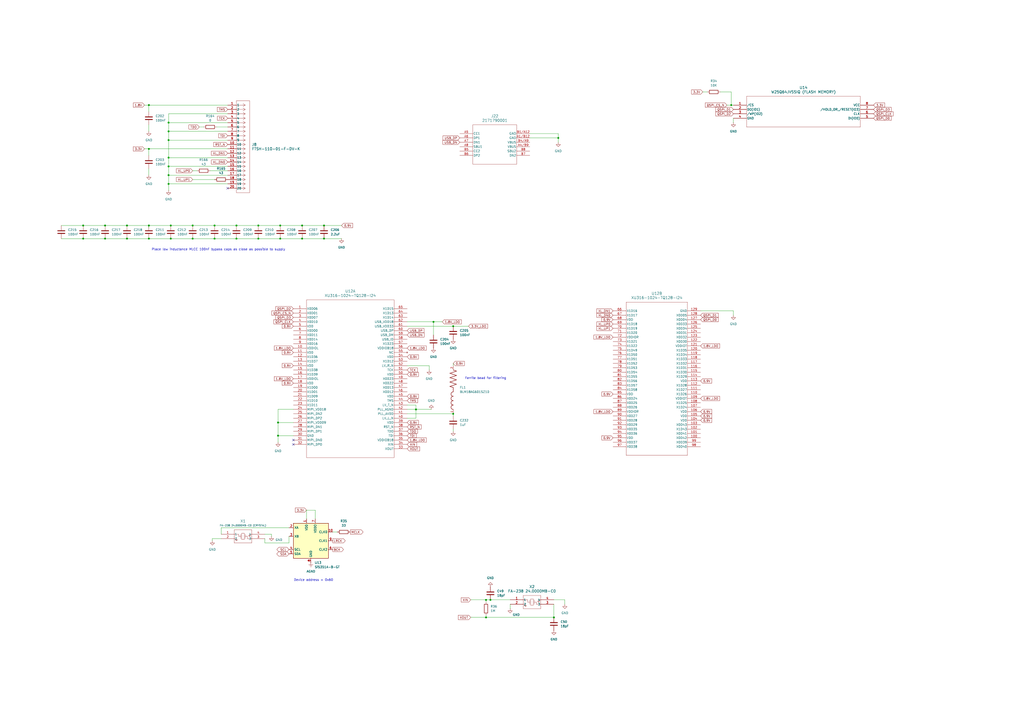
<source format=kicad_sch>
(kicad_sch (version 20231120) (generator "eeschema") (generator_version "8.0")
  (paper "A2")
  (title_block (title "XCORE") (company "Michael Meyers"))
  (lib_symbols
    (symbol "Device:C" (pin_numbers hide) (pin_names (offset 0.254))
      (property "Reference" "C" (at 0.635 2.54 0))
      (property "Value" "C" (at 0.635 -2.54 0))
      (symbol "C_1_1"
        (pin passive line (at 0 3.81 270) (length 2.794) (name "~") (number "1"))
        (pin passive line (at 0 -3.81 90) (length 2.794) (name "~") (number "2"))
      )
    )
    (symbol "Device:R" (pin_numbers hide) (pin_names (offset 0))
      (property "Reference" "R" (at 2.032 0 90))
      (property "Value" "R" (at 0 0 90))
      (symbol "R_1_1"
        (pin passive line (at 0 3.81 270) (length 1.27) (name "~") (number "1"))
        (pin passive line (at 0 -3.81 90) (length 1.27) (name "~") (number "2"))
      )
    )
    (symbol "Oscillator:Si5351A-B-GT"
      (property "Reference" "U" (at -8.89 11.43 0))
      (property "Value" "Si5351A-B-GT" (at -12.7 -12.7 0))
      (symbol "Si5351A-B-GT_1_1"
        (pin power_in line (at -2.54 12.7 270) (length 2.54) (name "VDD") (number "1"))
        (pin output line (at 12.7 5.08 180) (length 2.54) (name "CLK0") (number "10"))
        (pin input line (at -12.7 7.62 0) (length 2.54) (name "XA") (number "2"))
        (pin input line (at -12.7 2.54 0) (length 2.54) (name "XB") (number "3"))
        (pin input line (at -12.7 -5.08 0) (length 2.54) (name "SCL") (number "4"))
        (pin bidirectional line (at -12.7 -7.62 0) (length 2.54) (name "SDA") (number "5"))
        (pin output line (at 12.7 -5.08 180) (length 2.54) (name "CLK2") (number "6"))
        (pin power_in line (at 2.54 12.7 270) (length 2.54) (name "VDDO") (number "7"))
        (pin power_in line (at 0 -12.7 90) (length 2.54) (name "GND") (number "8"))
        (pin output line (at 12.7 0 180) (length 2.54) (name "CLK1") (number "9"))
      )
    )
    (symbol "SDLibrary:2171790001" (pin_names (offset 0.254))
      (property "Reference" "J" (at 20.32 10.16 0))
      (property "Value" "2171790001" (at 20.32 7.62 0))
      (symbol "2171790001_1_1"
        (pin power_out line (at 40.64 -2.54 180) (length 7.62) (name "GND") (number "A1/B12"))
        (pin power_in line (at 40.64 -7.62 180) (length 7.62) (name "VBUS") (number "A4/B9"))
        (pin bidirectional line (at 0 0 0) (length 7.62) (name "CC1") (number "A5"))
        (pin bidirectional line (at 0 -2.54 0) (length 7.62) (name "DP1") (number "A6"))
        (pin bidirectional line (at 0 -5.08 0) (length 7.62) (name "DN1") (number "A7"))
        (pin bidirectional line (at 0 -7.62 0) (length 7.62) (name "SBU1") (number "A8"))
        (pin power_out line (at 40.64 0 180) (length 7.62) (name "GND") (number "B1/A12"))
        (pin power_in line (at 40.64 -5.08 180) (length 7.62) (name "VBUS") (number "B4/A9"))
        (pin bidirectional line (at 0 -10.16 0) (length 7.62) (name "CC2") (number "B5"))
        (pin bidirectional line (at 0 -12.7 0) (length 7.62) (name "DP2") (number "B6"))
        (pin bidirectional line (at 40.64 -12.7 180) (length 7.62) (name "DN2") (number "B7"))
        (pin bidirectional line (at 40.64 -10.16 180) (length 7.62) (name "SBU2") (number "B8"))
      )
    )
    (symbol "SDLibrary:BLM18AG601SZ1D" (pin_names (offset 1.016))
      (property "Reference" "FL" (at -12.7044 5.0815 0))
      (property "Value" "BLM18AG601SZ1D" (at -12.71 -5.0866 0))
      (symbol "BLM18AG601SZ1D_0_0"
        (pin passive line (at -15.24 0 0) (length 2.54) (name "~") (number "1"))
        (pin passive line (at 12.7 0 180) (length 2.54) (name "~") (number "2"))
      )
    )
    (symbol "SDLibrary:FA-238_24.0000MB-C0" (pin_names (offset 0.254))
      (property "Reference" "X" (at 12.7 7.62 0))
      (property "Value" "FA-238 24.0000MB-C0" (at 12.7 5.08 0))
      (symbol "FA-238_24.0000MB-C0_0_1"
        (pin unspecified line (at 0 0 0) (length 7.62) (name "1") (number "1"))
        (pin unspecified line (at 0 -2.54 0) (length 7.62) (name "2") (number "2"))
        (pin unspecified line (at 25.4 -2.54 180) (length 7.62) (name "3") (number "3"))
        (pin unspecified line (at 25.4 0 180) (length 7.62) (name "4") (number "4"))
      )
    )
    (symbol "SDLibrary:FTSH-110-01-F-DV-K" (pin_names (offset 0.254))
      (property "Reference" "J" (at 8.89 6.35 0))
      (property "Value" "FTSH-110-01-F-DV-K" (at 0 0 0))
      (symbol "FTSH-110-01-F-DV-K_0_1"
        (pin unspecified line (at 0 0 0) (length 5.08) (name "1") (number "1"))
        (pin unspecified line (at 0 -22.86 0) (length 5.08) (name "10") (number "10"))
        (pin unspecified line (at 0 -25.4 0) (length 5.08) (name "11") (number "11"))
        (pin unspecified line (at 0 -27.94 0) (length 5.08) (name "12") (number "12"))
        (pin unspecified line (at 0 -30.48 0) (length 5.08) (name "13") (number "13"))
        (pin unspecified line (at 0 -33.02 0) (length 5.08) (name "14") (number "14"))
        (pin unspecified line (at 0 -35.56 0) (length 5.08) (name "15") (number "15"))
        (pin unspecified line (at 0 -38.1 0) (length 5.08) (name "16") (number "16"))
        (pin unspecified line (at 0 -40.64 0) (length 5.08) (name "17") (number "17"))
        (pin unspecified line (at 0 -43.18 0) (length 5.08) (name "18") (number "18"))
        (pin unspecified line (at 0 -45.72 0) (length 5.08) (name "19") (number "19"))
        (pin unspecified line (at 0 -2.54 0) (length 5.08) (name "2") (number "2"))
        (pin unspecified line (at 0 -48.26 0) (length 5.08) (name "20") (number "20"))
        (pin unspecified line (at 0 -5.08 0) (length 5.08) (name "3") (number "3"))
        (pin unspecified line (at 0 -7.62 0) (length 5.08) (name "4") (number "4"))
        (pin unspecified line (at 0 -10.16 0) (length 5.08) (name "5") (number "5"))
        (pin unspecified line (at 0 -12.7 0) (length 5.08) (name "6") (number "6"))
        (pin unspecified line (at 0 -15.24 0) (length 5.08) (name "7") (number "7"))
        (pin unspecified line (at 0 -17.78 0) (length 5.08) (name "8") (number "8"))
        (pin unspecified line (at 0 -20.32 0) (length 5.08) (name "9") (number "9"))
      )
    )
    (symbol "SDLibrary:W25Q64JVSSIQ" (pin_names (offset 0.254))
      (property "Reference" "U" (at 40.64 10.16 0))
      (property "Value" "W25Q64JVSSIQ" (at 40.64 7.62 0))
      (symbol "W25Q64JVSSIQ_0_1"
        (pin unspecified line (at 0 0 0) (length 7.62) (name "/CS") (number "1"))
        (pin unspecified line (at 0 -2.54 0) (length 7.62) (name "DO(IO1)") (number "2"))
        (pin unspecified line (at 0 -5.08 0) (length 7.62) (name "/WP(IO2)") (number "3"))
        (pin power_out line (at 0 -7.62 0) (length 7.62) (name "GND") (number "4"))
        (pin unspecified line (at 81.28 -7.62 180) (length 7.62) (name "DI(IO0)") (number "5"))
        (pin unspecified line (at 81.28 -5.08 180) (length 7.62) (name "CLK") (number "6"))
        (pin unspecified line (at 81.28 -2.54 180) (length 7.62) (name "/HOLD_OR_/RESET(IO3)") (number "7"))
        (pin power_in line (at 81.28 0 180) (length 7.62) (name "VCC") (number "8"))
      )
    )
    (symbol "SDLibrary:XU316-1024-TQ128-I24" (pin_names (offset 0.254))
      (property "Reference" "U" (at 33.02 10.16 0))
      (property "Value" "XU316-1024-TQ128-I24" (at 33.02 7.62 0))
      (symbol "XU316-1024-TQ128-I24_1_1"
        (pin bidirectional line (at 0 0 0) (length 7.62) (name "X0D06") (number "1"))
        (pin power_in line (at 0 -22.86 0) (length 7.62) (name "VDDIOL") (number "10"))
        (pin power_in line (at 0 -25.4 0) (length 7.62) (name "VDD") (number "11"))
        (pin bidirectional line (at 0 -27.94 0) (length 7.62) (name "X1D36") (number "12"))
        (pin bidirectional line (at 0 -30.48 0) (length 7.62) (name "X1D37") (number "13"))
        (pin power_in line (at 0 -33.02 0) (length 7.62) (name "VDD") (number "14"))
        (pin bidirectional line (at 0 -35.56 0) (length 7.62) (name "X1D38") (number "15"))
        (pin bidirectional line (at 0 -38.1 0) (length 7.62) (name "X1D39") (number "16"))
        (pin power_in line (at 0 -40.64 0) (length 7.62) (name "VDDIOL") (number "17"))
        (pin power_in line (at 0 -43.18 0) (length 7.62) (name "VDD") (number "18"))
        (pin bidirectional line (at 0 -45.72 0) (length 7.62) (name "X1D00") (number "19"))
        (pin bidirectional line (at 0 -2.54 0) (length 7.62) (name "X0D01") (number "2"))
        (pin bidirectional line (at 0 -48.26 0) (length 7.62) (name "X1D01") (number "20"))
        (pin bidirectional line (at 0 -50.8 0) (length 7.62) (name "X1D09") (number "21"))
        (pin bidirectional line (at 0 -53.34 0) (length 7.62) (name "X1D10") (number "22"))
        (pin bidirectional line (at 0 -55.88 0) (length 7.62) (name "X1D11") (number "23"))
        (pin power_in line (at 0 -58.42 0) (length 7.62) (name "MIPI_VDD18") (number "24"))
        (pin input line (at 0 -60.96 0) (length 7.62) (name "MIPI_DN2") (number "25"))
        (pin input line (at 0 -63.5 0) (length 7.62) (name "MIPI_DP2") (number "26"))
        (pin power_in line (at 0 -66.04 0) (length 7.62) (name "MIPI_VDD09") (number "27"))
        (pin input line (at 0 -68.58 0) (length 7.62) (name "MIPI_DN1") (number "28"))
        (pin input line (at 0 -71.12 0) (length 7.62) (name "MIPI_DP1") (number "29"))
        (pin bidirectional line (at 0 -5.08 0) (length 7.62) (name "X0D07") (number "3"))
        (pin power_out line (at 0 -73.66 0) (length 7.62) (name "GND") (number "30"))
        (pin input line (at 0 -76.2 0) (length 7.62) (name "MIPI_DN0") (number "31"))
        (pin input line (at 0 -78.74 0) (length 7.62) (name "MIPI_DP0") (number "32"))
        (pin output line (at 66.04 -81.28 180) (length 7.62) (name "XOUT") (number "33"))
        (pin input line (at 66.04 -78.74 180) (length 7.62) (name "XIN") (number "34"))
        (pin power_in line (at 66.04 -76.2 180) (length 7.62) (name "VDDIOB18") (number "35"))
        (pin input line (at 66.04 -73.66 180) (length 7.62) (name "TDI") (number "36"))
        (pin output line (at 66.04 -71.12 180) (length 7.62) (name "TDO") (number "37"))
        (pin input line (at 66.04 -68.58 180) (length 7.62) (name "RST_N") (number "38"))
        (pin power_in line (at 66.04 -66.04 180) (length 7.62) (name "VDD") (number "39"))
        (pin bidirectional line (at 0 -7.62 0) (length 7.62) (name "X0D10") (number "4"))
        (pin input line (at 66.04 -63.5 180) (length 7.62) (name "LV_L_N") (number "40"))
        (pin power_in line (at 66.04 -60.96 180) (length 7.62) (name "PLL_AVDD") (number "41"))
        (pin power_out line (at 66.04 -58.42 180) (length 7.62) (name "PLL_AGND") (number "42"))
        (pin input line (at 66.04 -55.88 180) (length 7.62) (name "LV_T_N") (number "43"))
        (pin input line (at 66.04 -53.34 180) (length 7.62) (name "TMS") (number "44"))
        (pin power_in line (at 66.04 -50.8 180) (length 7.62) (name "VDD") (number "45"))
        (pin bidirectional line (at 66.04 -48.26 180) (length 7.62) (name "X0D12") (number "46"))
        (pin bidirectional line (at 66.04 -45.72 180) (length 7.62) (name "X0D13") (number "47"))
        (pin bidirectional line (at 66.04 -43.18 180) (length 7.62) (name "X0D22") (number "48"))
        (pin bidirectional line (at 66.04 -40.64 180) (length 7.62) (name "X0D23") (number "49"))
        (pin power_in line (at 0 -10.16 0) (length 7.62) (name "VDD") (number "5"))
        (pin power_in line (at 66.04 -38.1 180) (length 7.62) (name "VDD") (number "50"))
        (pin input line (at 66.04 -35.56 180) (length 7.62) (name "TCK") (number "51"))
        (pin input line (at 66.04 -33.02 180) (length 7.62) (name "LV_R_N") (number "52"))
        (pin bidirectional line (at 66.04 -30.48 180) (length 7.62) (name "X1D12") (number "53"))
        (pin power_in line (at 66.04 -27.94 180) (length 7.62) (name "VDD") (number "54"))
        (pin no_connect line (at 66.04 -25.4 180) (length 7.62) (name "NC") (number "55"))
        (pin power_in line (at 66.04 -22.86 180) (length 7.62) (name "VDDIOB18") (number "56"))
        (pin bidirectional line (at 66.04 -20.32 180) (length 7.62) (name "X1D23") (number "57"))
        (pin input line (at 66.04 -17.78 180) (length 7.62) (name "USB_ID") (number "58"))
        (pin bidirectional line (at 66.04 -15.24 180) (length 7.62) (name "USB_DM") (number "59"))
        (pin bidirectional line (at 0 -12.7 0) (length 7.62) (name "X0D00") (number "6"))
        (pin bidirectional line (at 66.04 -12.7 180) (length 7.62) (name "USB_DP") (number "60"))
        (pin power_in line (at 66.04 -10.16 180) (length 7.62) (name "USB_VDD33") (number "61"))
        (pin power_in line (at 66.04 -7.62 180) (length 7.62) (name "USB_VDD18") (number "62"))
        (pin bidirectional line (at 66.04 -5.08 180) (length 7.62) (name "X1D14") (number "63"))
        (pin bidirectional line (at 66.04 -2.54 180) (length 7.62) (name "X1D13") (number "64"))
        (pin bidirectional line (at 66.04 0 180) (length 7.62) (name "X1D15") (number "65"))
        (pin bidirectional line (at 0 -15.24 0) (length 7.62) (name "X0D11") (number "7"))
        (pin bidirectional line (at 0 -17.78 0) (length 7.62) (name "X0D14") (number "8"))
        (pin bidirectional line (at 0 -20.32 0) (length 7.62) (name "X0D16") (number "9"))
      )
      (symbol "XU316-1024-TQ128-I24_2_1"
        (pin bidirectional line (at 50.8 -73.66 180) (length 7.62) (name "X0D42") (number "100"))
        (pin bidirectional line (at 50.8 -71.12 180) (length 7.62) (name "X0D41") (number "101"))
        (pin bidirectional line (at 50.8 -68.58 180) (length 7.62) (name "X1D43") (number "102"))
        (pin bidirectional line (at 50.8 -66.04 180) (length 7.62) (name "X0D43") (number "103"))
        (pin power_in line (at 50.8 -63.5 180) (length 7.62) (name "VDD") (number "104"))
        (pin power_in line (at 50.8 -60.96 180) (length 7.62) (name "VDD") (number "105"))
        (pin power_in line (at 50.8 -58.42 180) (length 7.62) (name "VDD") (number "106"))
        (pin bidirectional line (at 50.8 -55.88 180) (length 7.62) (name "X1D24") (number "107"))
        (pin bidirectional line (at 50.8 -53.34 180) (length 7.62) (name "X1D25") (number "108"))
        (pin power_in line (at 50.8 -50.8 180) (length 7.62) (name "VDDIOT") (number "109"))
        (pin bidirectional line (at 50.8 -48.26 180) (length 7.62) (name "X1D26") (number "110"))
        (pin bidirectional line (at 50.8 -45.72 180) (length 7.62) (name "X1D27") (number "111"))
        (pin bidirectional line (at 50.8 -43.18 180) (length 7.62) (name "X1D28") (number "112"))
        (pin power_in line (at 50.8 -40.64 180) (length 7.62) (name "VDD") (number "113"))
        (pin bidirectional line (at 50.8 -38.1 180) (length 7.62) (name "X1D29") (number "114"))
        (pin bidirectional line (at 50.8 -35.56 180) (length 7.62) (name "X1D30") (number "115"))
        (pin bidirectional line (at 50.8 -33.02 180) (length 7.62) (name "X1D31") (number "116"))
        (pin bidirectional line (at 50.8 -30.48 180) (length 7.62) (name "X1D32") (number "117"))
        (pin bidirectional line (at 50.8 -27.94 180) (length 7.62) (name "X1D33") (number "118"))
        (pin bidirectional line (at 50.8 -25.4 180) (length 7.62) (name "X1D34") (number "119"))
        (pin bidirectional line (at 50.8 -22.86 180) (length 7.62) (name "X1D35") (number "120"))
        (pin power_in line (at 50.8 -20.32 180) (length 7.62) (name "VDDIOT") (number "121"))
        (pin bidirectional line (at 50.8 -17.78 180) (length 7.62) (name "X0D30") (number "122"))
        (pin bidirectional line (at 50.8 -15.24 180) (length 7.62) (name "X0D32") (number "123"))
        (pin bidirectional line (at 50.8 -12.7 180) (length 7.62) (name "X0D31") (number "124"))
        (pin bidirectional line (at 50.8 -10.16 180) (length 7.62) (name "X0D34") (number "125"))
        (pin bidirectional line (at 50.8 -7.62 180) (length 7.62) (name "X0D33") (number "126"))
        (pin bidirectional line (at 50.8 -5.08 180) (length 7.62) (name "X0D04") (number "127"))
        (pin bidirectional line (at 50.8 -2.54 180) (length 7.62) (name "X0D05") (number "128"))
        (pin power_out line (at 50.8 0 180) (length 7.62) (name "GND") (number "129"))
        (pin bidirectional line (at 0 0 0) (length 7.62) (name "X1D16") (number "66"))
        (pin bidirectional line (at 0 -2.54 0) (length 7.62) (name "X1D17") (number "67"))
        (pin power_in line (at 0 -5.08 0) (length 7.62) (name "VDD") (number "68"))
        (pin bidirectional line (at 0 -7.62 0) (length 7.62) (name "X1D18") (number "69"))
        (pin bidirectional line (at 0 -10.16 0) (length 7.62) (name "X1D19") (number "70"))
        (pin bidirectional line (at 0 -12.7 0) (length 7.62) (name "X1D20") (number "71"))
        (pin power_in line (at 0 -15.24 0) (length 7.62) (name "VDDIOR") (number "72"))
        (pin bidirectional line (at 0 -17.78 0) (length 7.62) (name "X1D21") (number "73"))
        (pin bidirectional line (at 0 -20.32 0) (length 7.62) (name "X1D22") (number "74"))
        (pin bidirectional line (at 0 -22.86 0) (length 7.62) (name "X1D49") (number "75"))
        (pin bidirectional line (at 0 -25.4 0) (length 7.62) (name "X1D50") (number "76"))
        (pin bidirectional line (at 0 -27.94 0) (length 7.62) (name "X1D51") (number "77"))
        (pin bidirectional line (at 0 -30.48 0) (length 7.62) (name "X1D52") (number "78"))
        (pin bidirectional line (at 0 -33.02 0) (length 7.62) (name "X1D53") (number "79"))
        (pin bidirectional line (at 0 -35.56 0) (length 7.62) (name "X1D54") (number "80"))
        (pin bidirectional line (at 0 -38.1 0) (length 7.62) (name "X1D55") (number "81"))
        (pin bidirectional line (at 0 -40.64 0) (length 7.62) (name "X1D56") (number "82"))
        (pin bidirectional line (at 0 -43.18 0) (length 7.62) (name "X1D57") (number "83"))
        (pin bidirectional line (at 0 -45.72 0) (length 7.62) (name "X1D58") (number "84"))
        (pin power_in line (at 0 -48.26 0) (length 7.62) (name "VDD") (number "85"))
        (pin bidirectional line (at 0 -50.8 0) (length 7.62) (name "X0D24") (number "86"))
        (pin bidirectional line (at 0 -53.34 0) (length 7.62) (name "X0D25") (number "87"))
        (pin bidirectional line (at 0 -55.88 0) (length 7.62) (name "X0D26") (number "88"))
        (pin power_in line (at 0 -58.42 0) (length 7.62) (name "VDDIOR") (number "89"))
        (pin bidirectional line (at 0 -60.96 0) (length 7.62) (name "X0D27") (number "90"))
        (pin bidirectional line (at 0 -63.5 0) (length 7.62) (name "X0D28") (number "91"))
        (pin bidirectional line (at 0 -66.04 0) (length 7.62) (name "X0D29") (number "92"))
        (pin bidirectional line (at 0 -68.58 0) (length 7.62) (name "X0D35") (number "93"))
        (pin bidirectional line (at 0 -71.12 0) (length 7.62) (name "X0D36") (number "94"))
        (pin power_in line (at 0 -73.66 0) (length 7.62) (name "VDD") (number "95"))
        (pin bidirectional line (at 0 -76.2 0) (length 7.62) (name "X0D37") (number "96"))
        (pin bidirectional line (at 0 -78.74 0) (length 7.62) (name "X0D38") (number "97"))
        (pin bidirectional line (at 50.8 -78.74 180) (length 7.62) (name "X0D40") (number "98"))
        (pin bidirectional line (at 50.8 -76.2 180) (length 7.62) (name "X0D39") (number "99"))
      )
    )
    (symbol "power:Earth" (power) (pin_numbers hide) (pin_names (offset 0) hide)
      (property "Value" "Earth" (at 0 -3.81 0))
      (symbol "Earth_1_1"
        (pin power_in line (at 0 0 270) (length 0) (name "~") (number "1"))
      )
    )
    (symbol "power:GND" (power) (pin_numbers hide) (pin_names (offset 0) hide)
      (property "Value" "GND" (at 0 -3.81 0))
      (symbol "GND_1_1"
        (pin power_in line (at 0 0 270) (length 0) (name "~") (number "1"))
      )
    )
  )
  (junction (at 187.96 130.81))
  (junction (at 111.76 138.43))
  (junction (at 424.18 60.96))
  (junction (at 97.79 101.6))
  (junction (at 187.96 138.43))
  (junction (at 48.26 138.43))
  (junction (at 73.66 130.81))
  (junction (at 262.89 240.03))
  (junction (at 124.46 130.81))
  (junction (at 97.79 76.2))
  (junction (at 251.46 186.69))
  (junction (at 321.31 358.14))
  (junction (at 97.79 71.12))
  (junction (at 86.36 60.96))
  (junction (at 86.36 86.36))
  (junction (at 86.36 138.43))
  (junction (at 97.79 96.52))
  (junction (at 241.3 237.49))
  (junction (at 124.46 138.43))
  (junction (at 60.96 130.81))
  (junction (at 161.29 252.73))
  (junction (at 262.89 189.23))
  (junction (at 137.16 138.43))
  (junction (at 97.79 91.44))
  (junction (at 137.16 130.81))
  (junction (at 149.86 130.81))
  (junction (at 111.76 130.81))
  (junction (at 323.85 80.01))
  (junction (at 162.56 138.43))
  (junction (at 99.06 138.43))
  (junction (at 97.79 81.28))
  (junction (at 175.26 130.81))
  (junction (at 97.79 106.68))
  (junction (at 281.94 347.98))
  (junction (at 73.66 138.43))
  (junction (at 162.56 130.81))
  (junction (at 284.48 347.98))
  (junction (at 60.96 138.43))
  (junction (at 175.26 138.43))
  (junction (at 161.29 245.11))
  (junction (at 86.36 130.81))
  (junction (at 149.86 138.43))
  (junction (at 281.94 358.14))
  (junction (at 99.06 130.81))
  (junction (at 48.26 130.81))
  (no_connect (at 132.08 109.22))
  (no_connect (at 170.18 257.81))
  (no_connect (at 170.18 255.27))
  (wire (pts (xy 187.96 130.81) (xy 198.12 130.81)))
  (wire (pts (xy 251.46 186.69) (xy 256.54 186.69)))
  (wire (pts (xy 149.86 138.43) (xy 162.56 138.43)))
  (wire (pts (xy 97.79 106.68) (xy 132.08 106.68)))
  (wire (pts (xy 97.79 91.44) (xy 97.79 96.52)))
  (wire (pts (xy 321.31 347.98) (xy 327.66 347.98)))
  (wire (pts (xy 124.46 138.43) (xy 137.16 138.43)))
  (wire (pts (xy 281.94 347.98) (xy 284.48 347.98)))
  (wire (pts (xy 421.64 60.96) (xy 424.18 60.96)))
  (wire (pts (xy 97.79 81.28) (xy 97.79 91.44)))
  (wire (pts (xy 125.73 73.66) (xy 132.08 73.66)))
  (wire (pts (xy 167.64 314.96) (xy 167.64 311.15)))
  (wire (pts (xy 323.85 77.47) (xy 323.85 80.01)))
  (wire (pts (xy 111.76 104.14) (xy 124.46 104.14)))
  (wire (pts (xy 97.79 101.6) (xy 97.79 106.68)))
  (wire (pts (xy 153.67 309.88) (xy 157.48 309.88)))
  (wire (pts (xy 248.92 212.09) (xy 248.92 214.63)))
  (wire (pts (xy 175.26 138.43) (xy 187.96 138.43)))
  (wire (pts (xy 157.48 309.88) (xy 157.48 311.15)))
  (wire (pts (xy 273.05 347.98) (xy 281.94 347.98)))
  (wire (pts (xy 60.96 130.81) (xy 73.66 130.81)))
  (wire (pts (xy 123.19 312.42) (xy 128.27 312.42)))
  (wire (pts (xy 327.66 347.98) (xy 327.66 350.52)))
  (wire (pts (xy 97.79 71.12) (xy 97.79 76.2)))
  (wire (pts (xy 99.06 130.81) (xy 111.76 130.81)))
  (wire (pts (xy 97.79 66.04) (xy 97.79 71.12)))
  (wire (pts (xy 236.22 234.95) (xy 241.3 234.95)))
  (wire (pts (xy 281.94 347.98) (xy 281.94 349.25)))
  (wire (pts (xy 86.36 60.96) (xy 132.08 60.96)))
  (wire (pts (xy 241.3 242.57) (xy 241.3 237.49)))
  (wire (pts (xy 97.79 91.44) (xy 132.08 91.44)))
  (wire (pts (xy 86.36 86.36) (xy 86.36 90.17)))
  (wire (pts (xy 97.79 96.52) (xy 132.08 96.52)))
  (wire (pts (xy 162.56 138.43) (xy 175.26 138.43)))
  (wire (pts (xy 83.82 60.96) (xy 86.36 60.96)))
  (wire (pts (xy 73.66 138.43) (xy 86.36 138.43)))
  (wire (pts (xy 284.48 347.98) (xy 295.91 347.98)))
  (wire (pts (xy 60.96 138.43) (xy 73.66 138.43)))
  (wire (pts (xy 170.18 252.73) (xy 161.29 252.73)))
  (wire (pts (xy 161.29 237.49) (xy 161.29 245.11)))
  (wire (pts (xy 97.79 71.12) (xy 132.08 71.12)))
  (wire (pts (xy 161.29 245.11) (xy 170.18 245.11)))
  (wire (pts (xy 262.89 210.82) (xy 262.89 212.09)))
  (wire (pts (xy 86.36 130.81) (xy 99.06 130.81)))
  (wire (pts (xy 97.79 96.52) (xy 97.79 101.6)))
  (wire (pts (xy 137.16 138.43) (xy 149.86 138.43)))
  (wire (pts (xy 307.34 80.01) (xy 323.85 80.01)))
  (wire (pts (xy 86.36 138.43) (xy 99.06 138.43)))
  (wire (pts (xy 35.56 130.81) (xy 48.26 130.81)))
  (wire (pts (xy 307.34 77.47) (xy 323.85 77.47)))
  (wire (pts (xy 73.66 130.81) (xy 86.36 130.81)))
  (wire (pts (xy 137.16 130.81) (xy 149.86 130.81)))
  (wire (pts (xy 97.79 76.2) (xy 97.79 81.28)))
  (wire (pts (xy 162.56 130.81) (xy 175.26 130.81)))
  (wire (pts (xy 48.26 138.43) (xy 60.96 138.43)))
  (wire (pts (xy 241.3 237.49) (xy 250.19 237.49)))
  (wire (pts (xy 321.31 358.14) (xy 321.31 350.52)))
  (wire (pts (xy 251.46 186.69) (xy 251.46 194.31)))
  (wire (pts (xy 170.18 237.49) (xy 161.29 237.49)))
  (wire (pts (xy 417.83 53.34) (xy 424.18 53.34)))
  (wire (pts (xy 132.08 66.04) (xy 97.79 66.04)))
  (wire (pts (xy 124.46 130.81) (xy 137.16 130.81)))
  (wire (pts (xy 236.22 186.69) (xy 251.46 186.69)))
  (wire (pts (xy 149.86 130.81) (xy 162.56 130.81)))
  (wire (pts (xy 86.36 97.79) (xy 86.36 101.6)))
  (wire (pts (xy 424.18 53.34) (xy 424.18 60.96)))
  (wire (pts (xy 161.29 245.11) (xy 161.29 252.73)))
  (wire (pts (xy 153.67 312.42) (xy 153.67 314.96)))
  (wire (pts (xy 406.4 180.34) (xy 425.45 180.34)))
  (wire (pts (xy 236.22 212.09) (xy 248.92 212.09)))
  (wire (pts (xy 182.88 295.91) (xy 177.8 295.91)))
  (wire (pts (xy 187.96 138.43) (xy 198.12 138.43)))
  (wire (pts (xy 323.85 80.01) (xy 323.85 82.55)))
  (wire (pts (xy 86.36 86.36) (xy 132.08 86.36)))
  (wire (pts (xy 97.79 81.28) (xy 132.08 81.28)))
  (wire (pts (xy 99.06 138.43) (xy 111.76 138.43)))
  (wire (pts (xy 236.22 189.23) (xy 262.89 189.23)))
  (wire (pts (xy 97.79 106.68) (xy 97.79 110.49)))
  (wire (pts (xy 425.45 180.34) (xy 425.45 182.88)))
  (wire (pts (xy 86.36 72.39) (xy 86.36 76.2)))
  (wire (pts (xy 121.92 99.06) (xy 132.08 99.06)))
  (wire (pts (xy 177.8 295.91) (xy 177.8 300.99)))
  (wire (pts (xy 97.79 76.2) (xy 132.08 76.2)))
  (wire (pts (xy 425.45 68.58) (xy 425.45 71.12)))
  (wire (pts (xy 236.22 242.57) (xy 241.3 242.57)))
  (wire (pts (xy 407.67 53.34) (xy 410.21 53.34)))
  (wire (pts (xy 111.76 130.81) (xy 124.46 130.81)))
  (wire (pts (xy 35.56 138.43) (xy 48.26 138.43)))
  (wire (pts (xy 48.26 130.81) (xy 60.96 130.81)))
  (wire (pts (xy 262.89 248.92) (xy 262.89 250.19)))
  (wire (pts (xy 273.05 358.14) (xy 281.94 358.14)))
  (wire (pts (xy 115.57 73.66) (xy 118.11 73.66)))
  (wire (pts (xy 123.19 312.42) (xy 123.19 313.69)))
  (wire (pts (xy 262.89 240.03) (xy 262.89 241.3)))
  (wire (pts (xy 175.26 130.81) (xy 187.96 130.81)))
  (wire (pts (xy 271.78 189.23) (xy 262.89 189.23)))
  (wire (pts (xy 193.04 308.61) (xy 195.58 308.61)))
  (wire (pts (xy 128.27 306.07) (xy 167.64 306.07)))
  (wire (pts (xy 424.18 60.96) (xy 425.45 60.96)))
  (wire (pts (xy 161.29 252.73) (xy 161.29 256.54)))
  (wire (pts (xy 241.3 234.95) (xy 241.3 237.49)))
  (wire (pts (xy 86.36 130.81) (xy 86.36 132.08)))
  (wire (pts (xy 262.89 240.03) (xy 236.22 240.03)))
  (wire (pts (xy 281.94 356.87) (xy 281.94 358.14)))
  (wire (pts (xy 97.79 101.6) (xy 132.08 101.6)))
  (wire (pts (xy 281.94 358.14) (xy 321.31 358.14)))
  (wire (pts (xy 128.27 309.88) (xy 128.27 306.07)))
  (wire (pts (xy 295.91 350.52) (xy 295.91 353.06)))
  (wire (pts (xy 111.76 138.43) (xy 124.46 138.43)))
  (wire (pts (xy 86.36 60.96) (xy 86.36 64.77)))
  (wire (pts (xy 153.67 314.96) (xy 167.64 314.96)))
  (wire (pts (xy 182.88 300.99) (xy 182.88 295.91)))
  (wire (pts (xy 111.76 99.06) (xy 114.3 99.06)))
  (wire (pts (xy 236.22 237.49) (xy 241.3 237.49)))
  (wire (pts (xy 83.82 86.36) (xy 86.36 86.36)))
  (text "Ferrite bead for filtering\n" (at 281.686 219.456 0) (effects (font (size 1.27 1.27))))
  (text "Place low inductance MLCC 100nF bypass caps as close as possible to supply" (at 126.746 144.78 0) (effects (font (size 1.27 1.27))))
  (text "Device address = 0x60" (at 181.864 336.55 0) (effects (font (size 1.27 1.27))))
  (global_label "MCLK" (shape output) (at 203.2 308.61 0) (property "Intersheetrefs" "${INTERSHEET_REFS}" (effects (hide yes))))
  (global_label "TMS" (shape input) (at 132.08 63.5 180) (property "Intersheetrefs" "${INTERSHEET_REFS}" (effects (hide yes))))
  (global_label "0.9V" (shape input) (at 236.22 229.87 0) (property "Intersheetrefs" "${INTERSHEET_REFS}" (effects (hide yes))))
  (global_label "TDO" (shape input) (at 115.57 73.66 180) (property "Intersheetrefs" "${INTERSHEET_REFS}" (effects (hide yes))))
  (global_label "0.9V" (shape input) (at 262.89 210.82 0) (property "Intersheetrefs" "${INTERSHEET_REFS}" (effects (hide yes))))
  (global_label "0.9V" (shape input) (at 236.22 207.01 0) (property "Intersheetrefs" "${INTERSHEET_REFS}" (effects (hide yes))))
  (global_label "0.9V" (shape input) (at 236.22 245.11 0) (property "Intersheetrefs" "${INTERSHEET_REFS}" (effects (hide yes))))
  (global_label "QSPI_CLK" (shape input) (at 170.18 186.69 180) (property "Intersheetrefs" "${INTERSHEET_REFS}" (effects (hide yes))))
  (global_label "TDO" (shape input) (at 236.22 250.19 0) (property "Intersheetrefs" "${INTERSHEET_REFS}" (effects (hide yes))))
  (global_label "0.9V" (shape input) (at 406.4 220.98 0) (property "Intersheetrefs" "${INTERSHEET_REFS}" (effects (hide yes))))
  (global_label "0.9V" (shape input) (at 170.18 204.47 180) (property "Intersheetrefs" "${INTERSHEET_REFS}" (effects (hide yes))))
  (global_label "3.3V" (shape input) (at 177.8 295.91 180) (property "Intersheetrefs" "${INTERSHEET_REFS}" (effects (hide yes))))
  (global_label "QSPI_CS_N" (shape input) (at 421.64 60.96 180) (property "Intersheetrefs" "${INTERSHEET_REFS}" (effects (hide yes))))
  (global_label "3.3V" (shape input) (at 506.73 60.96 0) (property "Intersheetrefs" "${INTERSHEET_REFS}" (effects (hide yes))))
  (global_label "0.9V" (shape input) (at 170.18 212.09 180) (property "Intersheetrefs" "${INTERSHEET_REFS}" (effects (hide yes))))
  (global_label "XOUT" (shape input) (at 273.05 358.14 180) (property "Intersheetrefs" "${INTERSHEET_REFS}" (effects (hide yes))))
  (global_label "QSPI_CLK" (shape input) (at 506.73 66.04 0) (property "Intersheetrefs" "${INTERSHEET_REFS}" (effects (hide yes))))
  (global_label "0.9V" (shape input) (at 355.6 254 180) (property "Intersheetrefs" "${INTERSHEET_REFS}" (effects (hide yes))))
  (global_label "0.9V" (shape input) (at 198.12 130.81 0) (property "Intersheetrefs" "${INTERSHEET_REFS}" (effects (hide yes))))
  (global_label "1.8V" (shape input) (at 83.82 60.96 180) (property "Intersheetrefs" "${INTERSHEET_REFS}" (effects (hide yes))))
  (global_label "TMS" (shape input) (at 236.22 232.41 0) (property "Intersheetrefs" "${INTERSHEET_REFS}" (effects (hide yes))))
  (global_label "BCK" (shape output) (at 193.04 318.77 0) (property "Intersheetrefs" "${INTERSHEET_REFS}" (effects (hide yes))))
  (global_label "USB_DN" (shape input) (at 266.7 82.55 180) (property "Intersheetrefs" "${INTERSHEET_REFS}" (effects (hide yes))))
  (global_label "SDA" (shape bidirectional) (at 167.64 321.31 180) (property "Intersheetrefs" "${INTERSHEET_REFS}" (effects (hide yes))))
  (global_label "XL_UP0" (shape input) (at 355.6 187.96 180) (property "Intersheetrefs" "${INTERSHEET_REFS}" (effects (hide yes))))
  (global_label "1.8V_LDO" (shape input) (at 170.18 219.71 180) (property "Intersheetrefs" "${INTERSHEET_REFS}" (effects (hide yes))))
  (global_label "LRCK" (shape output) (at 193.04 313.69 0) (property "Intersheetrefs" "${INTERSHEET_REFS}" (effects (hide yes))))
  (global_label "QSPI_CS_N" (shape input) (at 170.18 181.61 180) (property "Intersheetrefs" "${INTERSHEET_REFS}" (effects (hide yes))))
  (global_label "0.9V" (shape input) (at 170.18 222.25 180) (property "Intersheetrefs" "${INTERSHEET_REFS}" (effects (hide yes))))
  (global_label "QSPI_D1" (shape input) (at 406.4 182.88 0) (property "Intersheetrefs" "${INTERSHEET_REFS}" (effects (hide yes))))
  (global_label "QSPI_D2" (shape input) (at 425.45 66.04 180) (property "Intersheetrefs" "${INTERSHEET_REFS}" (effects (hide yes))))
  (global_label "RST_N" (shape input) (at 132.08 83.82 180) (property "Intersheetrefs" "${INTERSHEET_REFS}" (effects (hide yes))))
  (global_label "1.8V_LDO" (shape input) (at 256.54 186.69 0) (property "Intersheetrefs" "${INTERSHEET_REFS}" (effects (hide yes))))
  (global_label "XIN" (shape input) (at 273.05 347.98 180) (property "Intersheetrefs" "${INTERSHEET_REFS}" (effects (hide yes))))
  (global_label "XL_UP0" (shape input) (at 111.76 99.06 180) (property "Intersheetrefs" "${INTERSHEET_REFS}" (effects (hide yes))))
  (global_label "QSPI_D3" (shape input) (at 506.73 63.5 0) (property "Intersheetrefs" "${INTERSHEET_REFS}" (effects (hide yes))))
  (global_label "1.8V_LDO" (shape input) (at 355.6 238.76 180) (property "Intersheetrefs" "${INTERSHEET_REFS}" (effects (hide yes))))
  (global_label "QSPI_D0" (shape input) (at 406.4 185.42 0) (property "Intersheetrefs" "${INTERSHEET_REFS}" (effects (hide yes))))
  (global_label "1.8V_LDO" (shape input) (at 406.4 200.66 0) (property "Intersheetrefs" "${INTERSHEET_REFS}" (effects (hide yes))))
  (global_label "XL_DN1" (shape input) (at 355.6 180.34 180) (property "Intersheetrefs" "${INTERSHEET_REFS}" (effects (hide yes))))
  (global_label "XOUT" (shape input) (at 236.22 260.35 0) (property "Intersheetrefs" "${INTERSHEET_REFS}" (effects (hide yes))))
  (global_label "1.8V_LDO" (shape input) (at 236.22 201.93 0) (property "Intersheetrefs" "${INTERSHEET_REFS}" (effects (hide yes))))
  (global_label "3.3V" (shape input) (at 407.67 53.34 180) (property "Intersheetrefs" "${INTERSHEET_REFS}" (effects (hide yes))))
  (global_label "USB_DP" (shape input) (at 266.7 80.01 180) (property "Intersheetrefs" "${INTERSHEET_REFS}" (effects (hide yes))))
  (global_label "USB_DP" (shape input) (at 236.22 191.77 0) (property "Intersheetrefs" "${INTERSHEET_REFS}" (effects (hide yes))))
  (global_label "0.9V" (shape input) (at 406.4 238.76 0) (property "Intersheetrefs" "${INTERSHEET_REFS}" (effects (hide yes))))
  (global_label "1.8V_LDO" (shape input) (at 406.4 231.14 0) (property "Intersheetrefs" "${INTERSHEET_REFS}" (effects (hide yes))))
  (global_label "TCK" (shape input) (at 132.08 68.58 180) (property "Intersheetrefs" "${INTERSHEET_REFS}" (effects (hide yes))))
  (global_label "QSPI_D2" (shape input) (at 170.18 179.07 180) (property "Intersheetrefs" "${INTERSHEET_REFS}" (effects (hide yes))))
  (global_label "XL_DN0" (shape input) (at 355.6 182.88 180) (property "Intersheetrefs" "${INTERSHEET_REFS}" (effects (hide yes))))
  (global_label "3.3V_LDO" (shape input) (at 271.78 189.23 0) (property "Intersheetrefs" "${INTERSHEET_REFS}" (effects (hide yes))))
  (global_label "0.9V" (shape input) (at 406.4 241.3 0) (property "Intersheetrefs" "${INTERSHEET_REFS}" (effects (hide yes))))
  (global_label "0.9V" (shape input) (at 236.22 217.17 0) (property "Intersheetrefs" "${INTERSHEET_REFS}" (effects (hide yes))))
  (global_label "QSPI_D0" (shape input) (at 506.73 68.58 0) (property "Intersheetrefs" "${INTERSHEET_REFS}" (effects (hide yes))))
  (global_label "TDI" (shape input) (at 236.22 252.73 0) (property "Intersheetrefs" "${INTERSHEET_REFS}" (effects (hide yes))))
  (global_label "XL_DN1" (shape input) (at 132.08 88.9 180) (property "Intersheetrefs" "${INTERSHEET_REFS}" (effects (hide yes))))
  (global_label "0.9V" (shape input) (at 406.4 243.84 0) (property "Intersheetrefs" "${INTERSHEET_REFS}" (effects (hide yes))))
  (global_label "USB_DN" (shape input) (at 236.22 194.31 0) (property "Intersheetrefs" "${INTERSHEET_REFS}" (effects (hide yes))))
  (global_label "0.9V" (shape input) (at 355.6 185.42 180) (property "Intersheetrefs" "${INTERSHEET_REFS}" (effects (hide yes))))
  (global_label "XIN" (shape input) (at 236.22 257.81 0) (property "Intersheetrefs" "${INTERSHEET_REFS}" (effects (hide yes))))
  (global_label "1.8V_LDO" (shape input) (at 236.22 255.27 0) (property "Intersheetrefs" "${INTERSHEET_REFS}" (effects (hide yes))))
  (global_label "XL_DN0" (shape input) (at 132.08 93.98 180) (property "Intersheetrefs" "${INTERSHEET_REFS}" (effects (hide yes))))
  (global_label "XL_UP1" (shape input) (at 355.6 190.5 180) (property "Intersheetrefs" "${INTERSHEET_REFS}" (effects (hide yes))))
  (global_label "SCL" (shape bidirectional) (at 167.64 318.77 180) (property "Intersheetrefs" "${INTERSHEET_REFS}" (effects (hide yes))))
  (global_label "QSPI_D3" (shape input) (at 170.18 184.15 180) (property "Intersheetrefs" "${INTERSHEET_REFS}" (effects (hide yes))))
  (global_label "TDI" (shape input) (at 132.08 78.74 180) (property "Intersheetrefs" "${INTERSHEET_REFS}" (effects (hide yes))))
  (global_label "3.3V" (shape input) (at 83.82 86.36 180) (property "Intersheetrefs" "${INTERSHEET_REFS}" (effects (hide yes))))
  (global_label "1.8V_LDO" (shape input) (at 170.18 201.93 180) (property "Intersheetrefs" "${INTERSHEET_REFS}" (effects (hide yes))))
  (global_label "XL_UP1" (shape input) (at 111.76 104.14 180) (property "Intersheetrefs" "${INTERSHEET_REFS}" (effects (hide yes))))
  (global_label "1.8V_LDO" (shape input) (at 355.6 195.58 180) (property "Intersheetrefs" "${INTERSHEET_REFS}" (effects (hide yes))))
  (global_label "TCK" (shape input) (at 236.22 214.63 0) (property "Intersheetrefs" "${INTERSHEET_REFS}" (effects (hide yes))))
  (global_label "QSPI_D1" (shape input) (at 425.45 63.5 180) (property "Intersheetrefs" "${INTERSHEET_REFS}" (effects (hide yes))))
  (global_label "0.9V" (shape input) (at 170.18 189.23 180) (property "Intersheetrefs" "${INTERSHEET_REFS}" (effects (hide yes))))
  (global_label "0.9V" (shape input) (at 355.6 228.6 180) (property "Intersheetrefs" "${INTERSHEET_REFS}" (effects (hide yes))))
  (global_label "RST_N" (shape input) (at 236.22 247.65 0) (property "Intersheetrefs" "${INTERSHEET_REFS}" (effects (hide yes))))
  (symbol (lib_id "power:GND") (at 248.92 214.63 0) (unit 1) (on_board no)
    (property "Reference" "#PWR0220" (effects (hide yes)))
    (property "Value" "GND" (at 248.92 219.71 0))
    (property "Description" "Power symbol creates a global label with name \"GND\" , ground" (effects (hide yes)))
  )
  (symbol (lib_id "Device:C") (at 48.26 134.62 0) (unit 1) (on_board no)
    (property "Reference" "C216" (at 52.07 133.3499 0) (effects (justify left)))
    (property "Value" "100nF" (at 52.07 135.8899 0) (effects (justify left)))
    (property "Footprint" "Capacitor_SMD:C_0402_1005Metric" (effects (hide yes)))
    (property "Description" "Unpolarized capacitor" (effects (hide yes)))
  )
  (symbol (lib_id "Device:C") (at 284.48 344.17 0) (unit 1) (on_board no)
    (property "Reference" "C49" (at 288.29 342.8999 0) (effects (justify left)))
    (property "Value" "18pF" (at 288.29 345.4399 0) (effects (justify left)))
    (property "Footprint" "Capacitor_SMD:C_0402_1005Metric" (effects (hide yes)))
    (property "Description" "Unpolarized capacitor" (effects (hide yes)))
  )
  (symbol (lib_id "Device:C") (at 262.89 193.04 0) (unit 1) (on_board no)
    (property "Reference" "C205" (at 266.7 191.7699 0) (effects (justify left)))
    (property "Value" "100nF" (at 266.7 194.3099 0) (effects (justify left)))
    (property "Footprint" "Capacitor_SMD:C_0402_1005Metric" (effects (hide yes)))
    (property "Description" "Unpolarized capacitor" (effects (hide yes)))
  )
  (symbol (lib_id "power:GND") (at 284.48 340.36 180) (unit 1) (on_board no)
    (property "Reference" "#PWR050" (effects (hide yes)))
    (property "Value" "GND" (at 284.48 335.28 0))
    (property "Description" "Power symbol creates a global label with name \"GND\" , ground" (effects (hide yes)))
  )
  (symbol (lib_id "Device:C") (at 175.26 134.62 0) (unit 1) (on_board no)
    (property "Reference" "C207" (at 179.07 133.3499 0) (effects (justify left)))
    (property "Value" "100nF" (at 179.07 135.8899 0) (effects (justify left)))
    (property "Footprint" "Capacitor_SMD:C_0402_1005Metric" (effects (hide yes)))
    (property "Description" "Unpolarized capacitor" (effects (hide yes)))
  )
  (symbol (lib_id "Device:C") (at 86.36 134.62 0) (unit 1) (on_board no)
    (property "Reference" "C211" (at 90.17 133.3499 0) (effects (justify left)))
    (property "Value" "100nF" (at 90.17 135.8899 0) (effects (justify left)))
    (property "Footprint" "Capacitor_SMD:C_0402_1005Metric" (effects (hide yes)))
    (property "Description" "Unpolarized capacitor" (effects (hide yes)))
  )
  (symbol (lib_id "Device:C") (at 35.56 134.62 0) (unit 1) (on_board no)
    (property "Reference" "C215" (at 39.37 133.3499 0) (effects (justify left)))
    (property "Value" "100nF" (at 39.37 135.8899 0) (effects (justify left)))
    (property "Footprint" "Capacitor_SMD:C_0402_1005Metric" (effects (hide yes)))
    (property "Description" "Unpolarized capacitor" (effects (hide yes)))
  )
  (symbol (lib_id "power:GND") (at 295.91 353.06 0) (unit 1) (on_board no)
    (property "Reference" "#PWR0201" (effects (hide yes)))
    (property "Value" "GND" (at 299.466 356.616 0))
    (property "Description" "Power symbol creates a global label with name \"GND\" , ground" (effects (hide yes)))
  )
  (symbol (lib_id "power:GND") (at 86.36 101.6 0) (unit 1) (on_board no)
    (property "Reference" "#PWR0203" (effects (hide yes)))
    (property "Value" "GND" (at 86.36 106.68 0))
    (property "Description" "Power symbol creates a global label with name \"GND\" , ground" (effects (hide yes)))
  )
  (symbol (lib_id "SDLibrary:XU316-1024-TQ128-I24") (at 355.6 180.34 0) (unit 2) (on_board no)
    (property "Reference" "U12" (at 381 170.18 0) (effects (font (size 1.524 1.524))))
    (property "Value" "XU316-1024-TQ128-I24" (at 381 172.72 0) (effects (font (size 1.524 1.524))))
    (property "Footprint" "SamacSys_Parts:TQFP128_196X196_XMO" (effects (hide yes)))
    (property "Datasheet" "XU316-1024-TQ128-I24" (effects (hide yes)))
  )
  (symbol (lib_id "Device:C") (at 99.06 134.62 0) (unit 1) (on_board no)
    (property "Reference" "C212" (at 102.87 133.3499 0) (effects (justify left)))
    (property "Value" "100nF" (at 102.87 135.8899 0) (effects (justify left)))
    (property "Footprint" "Capacitor_SMD:C_0402_1005Metric" (effects (hide yes)))
    (property "Description" "Unpolarized capacitor" (effects (hide yes)))
  )
  (symbol (lib_id "Device:C") (at 73.66 134.62 0) (unit 1) (on_board no)
    (property "Reference" "C218" (at 77.47 133.3499 0) (effects (justify left)))
    (property "Value" "100nF" (at 77.47 135.8899 0) (effects (justify left)))
    (property "Footprint" "Capacitor_SMD:C_0402_1005Metric" (effects (hide yes)))
    (property "Description" "Unpolarized capacitor" (effects (hide yes)))
  )
  (symbol (lib_id "Device:C") (at 251.46 198.12 0) (unit 1) (on_board no)
    (property "Reference" "C204" (at 255.27 196.8499 0) (effects (justify left)))
    (property "Value" "100nF" (at 255.27 199.3899 0) (effects (justify left)))
    (property "Footprint" "Capacitor_SMD:C_0402_1005Metric" (effects (hide yes)))
    (property "Description" "Unpolarized capacitor" (effects (hide yes)))
  )
  (symbol (lib_id "Device:R") (at 414.02 53.34 90) (unit 1) (on_board no)
    (property "Reference" "R34" (at 414.02 46.99 90))
    (property "Value" "10K" (at 414.02 49.53 90))
    (property "Footprint" "Resistor_SMD:R_0805_2012Metric" (effects (hide yes)))
    (property "Description" "Resistor" (effects (hide yes)))
  )
  (symbol (lib_id "power:GND") (at 262.89 250.19 0) (unit 1) (on_board no)
    (property "Reference" "#PWR0212" (effects (hide yes)))
    (property "Value" "GND" (at 262.89 255.27 0))
    (property "Description" "Power symbol creates a global label with name \"GND\" , ground" (effects (hide yes)))
  )
  (symbol (lib_id "power:GND") (at 425.45 71.12 0) (unit 1) (on_board no)
    (property "Reference" "#PWR049" (effects (hide yes)))
    (property "Value" "GND" (at 425.45 76.2 0))
    (property "Description" "Power symbol creates a global label with name \"GND\" , ground" (effects (hide yes)))
  )
  (symbol (lib_id "Oscillator:Si5351A-B-GT") (at 180.34 313.69 0) (unit 1) (on_board no)
    (property "Reference" "U13" (at 182.5341 326.39 0) (effects (justify left)))
    (property "Value" "Si5351A-B-GT" (at 182.5341 328.93 0) (effects (justify left)))
    (property "Footprint" "Package_SO:MSOP-10_3x3mm_P0.5mm" (effects (hide yes)))
    (property "Datasheet" "https://www.silabs.com/documents/public/data-sheets/Si5351-B.pdf" (effects (hide yes)))
    (property "Description" "I2C Programmable Any-Frequency CMOS Clock Generator, MSOP-8" (effects (hide yes)))
  )
  (symbol (lib_id "SDLibrary:2171790001") (at 266.7 77.47 0) (unit 1) (on_board no)
    (property "Reference" "J22" (at 287.02 67.31 0) (effects (font (size 1.524 1.524))))
    (property "Value" "2171790001" (at 287.02 69.85 0) (effects (font (size 1.524 1.524))))
    (property "Footprint" "Connector_Molex:Molex_Micro-Fit_3.0_43045-1615_2x08_P3.00mm_Vertical" (effects (hide yes)))
    (property "Datasheet" "2171790001" (effects (hide yes)))
  )
  (symbol (lib_id "Device:C") (at 60.96 134.62 0) (unit 1) (on_board no)
    (property "Reference" "C217" (at 64.77 133.3499 0) (effects (justify left)))
    (property "Value" "100nF" (at 64.77 135.8899 0) (effects (justify left)))
    (property "Footprint" "Capacitor_SMD:C_0402_1005Metric" (effects (hide yes)))
    (property "Description" "Unpolarized capacitor" (effects (hide yes)))
  )
  (symbol (lib_id "Device:C") (at 124.46 134.62 0) (unit 1) (on_board no)
    (property "Reference" "C214" (at 128.27 133.3499 0) (effects (justify left)))
    (property "Value" "100nF" (at 128.27 135.8899 0) (effects (justify left)))
    (property "Footprint" "Capacitor_SMD:C_0402_1005Metric" (effects (hide yes)))
    (property "Description" "Unpolarized capacitor" (effects (hide yes)))
  )
  (symbol (lib_id "power:GND") (at 97.79 110.49 0) (unit 1) (on_board no)
    (property "Reference" "#PWR0202" (effects (hide yes)))
    (property "Value" "GND" (at 97.79 115.57 0))
    (property "Description" "Power symbol creates a global label with name \"GND\" , ground" (effects (hide yes)))
  )
  (symbol (lib_id "SDLibrary:FTSH-110-01-F-DV-K") (at 132.08 60.96 0) (unit 1) (on_board no)
    (property "Reference" "J8" (at 146.05 83.8199 0) (effects (font (size 1.524 1.524)) (justify left)))
    (property "Value" "FTSH-110-01-F-DV-K" (at 146.05 86.3599 0) (effects (font (size 1.524 1.524)) (justify left)))
    (property "Footprint" "SamacSys_Parts:FTSH-110-XX-YYY-DV-K-A" (effects (hide yes)))
    (property "Datasheet" "FTSH-110-01-F-DV-K" (effects (hide yes)))
  )
  (symbol (lib_id "Device:C") (at 137.16 134.62 0) (unit 1) (on_board no)
    (property "Reference" "C209" (at 140.97 133.3499 0) (effects (justify left)))
    (property "Value" "100nF" (at 140.97 135.8899 0) (effects (justify left)))
    (property "Footprint" "Capacitor_SMD:C_0402_1005Metric" (effects (hide yes)))
    (property "Description" "Unpolarized capacitor" (effects (hide yes)))
  )
  (symbol (lib_id "power:GND") (at 157.48 311.15 0) (unit 1) (on_board no)
    (property "Reference" "#PWR047" (effects (hide yes)))
    (property "Value" "GND" (at 161.798 313.182 0))
    (property "Description" "Power symbol creates a global label with name \"GND\" , ground" (effects (hide yes)))
  )
  (symbol (lib_id "power:GND") (at 327.66 350.52 0) (unit 1) (on_board no)
    (property "Reference" "#PWR090" (effects (hide yes)))
    (property "Value" "GND" (at 327.66 355.6 0))
    (property "Description" "Power symbol creates a global label with name \"GND\" , ground" (effects (hide yes)))
  )
  (symbol (lib_id "Device:R") (at 121.92 73.66 90) (unit 1) (on_board no)
    (property "Reference" "R164" (at 121.92 67.31 90))
    (property "Value" "0" (at 121.92 69.85 90))
    (property "Footprint" "Resistor_SMD:R_0805_2012Metric" (effects (hide yes)))
    (property "Description" "Resistor" (effects (hide yes)))
  )
  (symbol (lib_id "SDLibrary:W25Q64JVSSIQ") (at 425.45 60.96 0) (unit 1) (on_board no)
    (property "Reference" "U14" (at 466.09 50.8 0) (effects (font (size 1.524 1.524))))
    (property "Value" "W25Q64JVSSIQ (FLASH MEMORY)" (at 466.09 53.34 0) (effects (font (size 1.524 1.524))))
    (property "Footprint" "SamacSys_Parts:SOIC-8_5P28X5P28_WIN" (effects (hide yes)))
    (property "Datasheet" "W25Q64JVSSIQ" (effects (hide yes)))
  )
  (symbol (lib_id "SDLibrary:FA-238_24.0000MB-C0") (at 295.91 347.98 0) (unit 1) (on_board no)
    (property "Reference" "X2" (at 308.61 340.36 0) (effects (font (size 1.524 1.524))))
    (property "Value" "FA-238 24.0000MB-C0" (at 308.61 342.9 0) (effects (font (size 1.524 1.524))))
    (property "Footprint" "SamacSys_Parts:FA-238_EPS" (effects (hide yes)))
    (property "Datasheet" "FA-238 24.0000MB-C0" (effects (hide yes)))
  )
  (symbol (lib_id "power:GND") (at 321.31 365.76 0) (unit 1) (on_board no)
    (property "Reference" "#PWR051" (effects (hide yes)))
    (property "Value" "GND" (at 321.31 370.84 0))
    (property "Description" "Power symbol creates a global label with name \"GND\" , ground" (effects (hide yes)))
  )
  (symbol (lib_id "Device:C") (at 86.36 93.98 0) (unit 1) (on_board no)
    (property "Reference" "C203" (at 90.17 92.7099 0) (effects (justify left)))
    (property "Value" "100nF" (at 90.17 95.2499 0) (effects (justify left)))
    (property "Footprint" "Capacitor_SMD:C_0402_1005Metric" (effects (hide yes)))
    (property "Description" "Unpolarized capacitor" (effects (hide yes)))
  )
  (symbol (lib_id "power:GND") (at 425.45 182.88 0) (unit 1) (on_board no)
    (property "Reference" "#PWR0206" (effects (hide yes)))
    (property "Value" "GND" (at 425.45 187.96 0))
    (property "Description" "Power symbol creates a global label with name \"GND\" , ground" (effects (hide yes)))
  )
  (symbol (lib_id "SDLibrary:BLM18AG601SZ1D") (at 262.89 224.79 90) (unit 1) (on_board no)
    (property "Reference" "FL1" (at 266.7 224.7899 90) (effects (justify right)))
    (property "Value" "BLM18AG601SZ1D" (at 266.7 227.3299 90) (effects (justify right)))
    (property "Footprint" "SamacSys_Parts:BLM18SP221SN1B" (effects (hide yes)))
  )
  (symbol (lib_id "SDLibrary:XU316-1024-TQ128-I24") (at 170.18 179.07 0) (unit 1) (on_board no)
    (property "Reference" "U12" (at 203.2 168.91 0) (effects (font (size 1.524 1.524))))
    (property "Value" "XU316-1024-TQ128-I24" (at 203.2 171.45 0) (effects (font (size 1.524 1.524))))
    (property "Footprint" "SamacSys_Parts:TQFP128_196X196_XMO" (effects (hide yes)))
    (property "Datasheet" "XU316-1024-TQ128-I24" (effects (hide yes)))
  )
  (symbol (lib_id "Device:R") (at 118.11 99.06 90) (unit 1) (on_board no)
    (property "Reference" "R166" (at 118.11 92.71 90))
    (property "Value" "43" (at 118.11 95.25 90))
    (property "Footprint" "Resistor_SMD:R_0805_2012Metric" (effects (hide yes)))
    (property "Description" "Resistor" (effects (hide yes)))
  )
  (symbol (lib_id "Device:C") (at 86.36 68.58 0) (unit 1) (on_board no)
    (property "Reference" "C202" (at 90.17 67.3099 0) (effects (justify left)))
    (property "Value" "100nF" (at 90.17 69.8499 0) (effects (justify left)))
    (property "Footprint" "Capacitor_SMD:C_0402_1005Metric" (effects (hide yes)))
    (property "Description" "Unpolarized capacitor" (effects (hide yes)))
  )
  (symbol (lib_id "power:Earth") (at 180.34 326.39 0) (unit 1) (on_board no)
    (property "Reference" "#PWR048" (effects (hide yes)))
    (property "Value" "AGND" (at 180.34 331.47 0))
    (property "Description" "Power symbol creates a global label with name \"Earth\"" (effects (hide yes)))
  )
  (symbol (lib_id "power:GND") (at 86.36 76.2 0) (unit 1) (on_board no)
    (property "Reference" "#PWR0204" (effects (hide yes)))
    (property "Value" "GND" (at 86.36 81.28 0))
    (property "Description" "Power symbol creates a global label with name \"GND\" , ground" (effects (hide yes)))
  )
  (symbol (lib_id "power:GND") (at 198.12 138.43 0) (unit 1) (on_board no)
    (property "Reference" "#PWR0209" (effects (hide yes)))
    (property "Value" "GND" (at 198.12 143.51 0))
    (property "Description" "Power symbol creates a global label with name \"GND\" , ground" (effects (hide yes)))
  )
  (symbol (lib_id "Device:R") (at 199.39 308.61 90) (unit 1) (on_board no)
    (property "Reference" "R35" (at 199.39 302.26 90))
    (property "Value" "33" (at 199.39 304.8 90))
    (property "Footprint" "Resistor_SMD:R_0805_2012Metric" (effects (hide yes)))
    (property "Description" "Resistor" (effects (hide yes)))
  )
  (symbol (lib_id "Device:C") (at 162.56 134.62 0) (unit 1) (on_board no)
    (property "Reference" "C208" (at 166.37 133.3499 0) (effects (justify left)))
    (property "Value" "100nF" (at 166.37 135.8899 0) (effects (justify left)))
    (property "Footprint" "Capacitor_SMD:C_0402_1005Metric" (effects (hide yes)))
    (property "Description" "Unpolarized capacitor" (effects (hide yes)))
  )
  (symbol (lib_id "Device:C") (at 149.86 134.62 0) (unit 1) (on_board no)
    (property "Reference" "C210" (at 153.67 133.3499 0) (effects (justify left)))
    (property "Value" "100nF" (at 153.67 135.8899 0) (effects (justify left)))
    (property "Footprint" "Capacitor_SMD:C_0402_1005Metric" (effects (hide yes)))
    (property "Description" "Unpolarized capacitor" (effects (hide yes)))
  )
  (symbol (lib_id "Device:R") (at 281.94 353.06 0) (unit 1) (on_board no)
    (property "Reference" "R36" (at 284.48 351.7899 0) (effects (justify left)))
    (property "Value" "1M" (at 284.48 354.3299 0) (effects (justify left)))
    (property "Footprint" "Resistor_SMD:R_0805_2012Metric" (effects (hide yes)))
    (property "Description" "Resistor" (effects (hide yes)))
  )
  (symbol (lib_id "power:GND") (at 323.85 82.55 0) (unit 1) (on_board no)
    (property "Reference" "#PWR0221" (effects (hide yes)))
    (property "Value" "GND" (at 323.85 87.63 0))
    (property "Description" "Power symbol creates a global label with name \"GND\" , ground" (effects (hide yes)))
  )
  (symbol (lib_id "power:GND") (at 262.89 196.85 0) (unit 1) (on_board no)
    (property "Reference" "#PWR0208" (effects (hide yes)))
    (property "Value" "GND" (at 262.89 201.93 0))
    (property "Description" "Power symbol creates a global label with name \"GND\" , ground" (effects (hide yes)))
  )
  (symbol (lib_id "power:GND") (at 251.46 201.93 0) (unit 1) (on_board no)
    (property "Reference" "#PWR0207" (effects (hide yes)))
    (property "Value" "GND" (at 251.46 207.01 0))
    (property "Description" "Power symbol creates a global label with name \"GND\" , ground" (effects (hide yes)))
  )
  (symbol (lib_id "power:GND") (at 123.19 313.69 0) (unit 1) (on_board no)
    (property "Reference" "#PWR046" (effects (hide yes)))
    (property "Value" "GND" (at 123.19 318.77 0))
    (property "Description" "Power symbol creates a global label with name \"GND\" , ground" (effects (hide yes)))
  )
  (symbol (lib_id "SDLibrary:FA-238_24.0000MB-C0") (at 128.27 309.88 0) (unit 1) (on_board no)
    (property "Reference" "X1" (at 140.97 302.26 0) (effects (font (size 1.524 1.524))))
    (property "Value" "FA-238 24.0000MB-C0 (CRYSTAL)" (at 140.97 304.8 0) (effects (font (size 1.016 1.016))))
    (property "Footprint" "SamacSys_Parts:FA-238_EPS" (effects (hide yes)))
    (property "Datasheet" "FA-238 24.0000MB-C0" (effects (hide yes)))
  )
  (symbol (lib_id "power:GND") (at 161.29 256.54 0) (unit 1) (on_board no)
    (property "Reference" "#PWR0205" (effects (hide yes)))
    (property "Value" "GND" (at 161.29 261.62 0))
    (property "Description" "Power symbol creates a global label with name \"GND\" , ground" (effects (hide yes)))
  )
  (symbol (lib_id "power:GND") (at 250.19 237.49 180) (unit 1) (on_board no)
    (property "Reference" "#PWR0219" (effects (hide yes)))
    (property "Value" "GND" (at 250.19 232.41 0))
    (property "Description" "Power symbol creates a global label with name \"GND\" , ground" (effects (hide yes)))
  )
  (symbol (lib_id "Device:C") (at 111.76 134.62 0) (unit 1) (on_board no)
    (property "Reference" "C213" (at 115.57 133.3499 0) (effects (justify left)))
    (property "Value" "100nF" (at 115.57 135.8899 0) (effects (justify left)))
    (property "Footprint" "Capacitor_SMD:C_0402_1005Metric" (effects (hide yes)))
    (property "Description" "Unpolarized capacitor" (effects (hide yes)))
  )
  (symbol (lib_id "Device:C") (at 262.89 245.11 0) (unit 1) (on_board no)
    (property "Reference" "C232" (at 266.7 243.8399 0) (effects (justify left)))
    (property "Value" "1uF" (at 266.7 246.3799 0) (effects (justify left)))
    (property "Footprint" "Capacitor_SMD:C_0402_1005Metric" (effects (hide yes)))
    (property "Description" "Unpolarized capacitor" (effects (hide yes)))
  )
  (symbol (lib_id "Device:C") (at 187.96 134.62 0) (unit 1) (on_board no)
    (property "Reference" "C206" (at 191.77 133.3499 0) (effects (justify left)))
    (property "Value" "2.2uF" (at 191.77 135.8899 0) (effects (justify left)))
    (property "Footprint" "Capacitor_SMD:C_0402_1005Metric" (effects (hide yes)))
    (property "Description" "Unpolarized capacitor" (effects (hide yes)))
  )
  (symbol (lib_id "Device:R") (at 128.27 104.14 90) (unit 1) (on_board no)
    (property "Reference" "R165" (at 128.27 97.79 90))
    (property "Value" "43" (at 128.27 100.33 90))
    (property "Footprint" "Resistor_SMD:R_0805_2012Metric" (effects (hide yes)))
    (property "Description" "Resistor" (effects (hide yes)))
  )
  (symbol (lib_id "Device:C") (at 321.31 361.95 0) (unit 1) (on_board no)
    (property "Reference" "C50" (at 325.12 360.6799 0) (effects (justify left)))
    (property "Value" "18pF" (at 325.12 363.2199 0) (effects (justify left)))
    (property "Footprint" "Capacitor_SMD:C_0402_1005Metric" (effects (hide yes)))
    (property "Description" "Unpolarized capacitor" (effects (hide yes)))
  )
)
</source>
